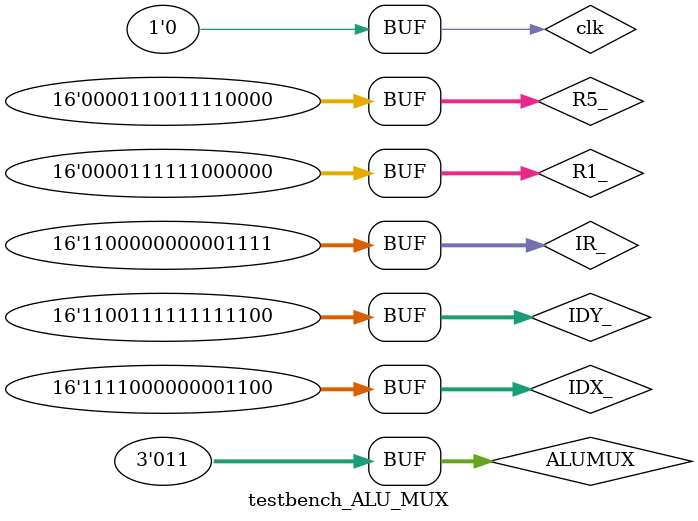
<source format=v>
`timescale 1us/10ns

module testbench_ALU_MUX();

reg clk;            
reg [2:0] ALUMUX;
wire [15:0] MUXOUT;
reg [15:0] IR_,R5_,R1_,IDX_,IDY_;


ALU_MUX dut(.ALUMUX(ALUMUX), .clk(clk), .IR_(IR_), .R5_(R5_), .R1_(R1_), .IDX_(IDX_), .IDY_(IDY_), .MUXOUT(MUXOUT));


always // CLOCK
	begin
		clk = 1; #50; clk = 0; #50;
	end
	

initial begin

/*
ALUMUX

Signal	Register
001		IR
101		R5
100		R1
010		IDX
011		IDY
*/

#50;
ALUMUX = 3'b001; #50;
IR_ = 16'h000F; R5_ = 16'h00F0;R1_ = 16'h0F00;IDX_ = 16'hF000;IDY_ = 16'h0FF0;

#50;
ALUMUX = 3'b101; #50;
IR_ = 16'hE00F; R5_ = 16'h0EF0;R1_ = 16'h0FE0;IDX_ = 16'hF00E;IDY_ = 16'hEFFE;

#50;
ALUMUX = 3'b100; #50;
IR_ = 16'hA00F; R5_ = 16'h0AF0;R1_ = 16'h0FA0;IDX_ = 16'hF00A;IDY_ = 16'hAFFA;

#50;
ALUMUX = 3'b010; #50;
IR_ = 16'hB00F; R5_ = 16'h0BF0;R1_ = 16'h0FB0;IDX_ = 16'hF00B;IDY_ = 16'hBFFB;

#50;
ALUMUX = 3'b011; #50;
IR_ = 16'hC00F; R5_ = 16'h0CF0;R1_ = 16'h0FC0;IDX_ = 16'hF00C;IDY_ = 16'hCFFC;

end

endmodule
</source>
